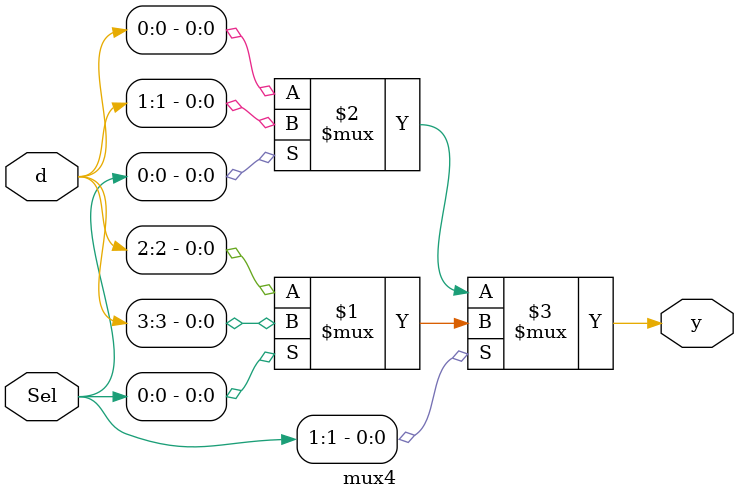
<source format=sv>
module mux4(input logic  [3:0]d,
			input logic [1:0]Sel,
			output logic y);
 assign y = Sel[1] ? (Sel[0] ? d[3] : d[2])
 				    : (Sel[0] ? d[1] : d[0]);
endmodule
</source>
